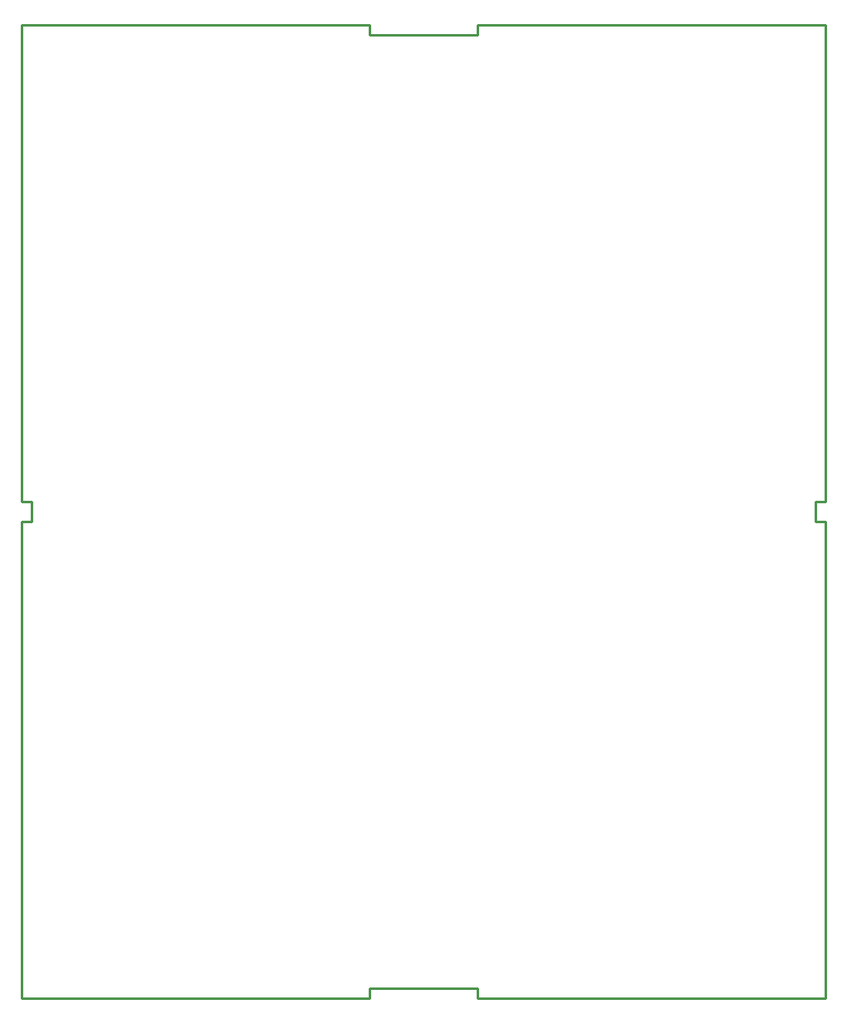
<source format=gko>
G04*
G04 #@! TF.GenerationSoftware,Altium Limited,Altium Designer,18.1.6 (161)*
G04*
G04 Layer_Color=16711935*
%FSLAX25Y25*%
%MOIN*%
G70*
G01*
G75*
%ADD14C,0.01000*%
D14*
X322817Y-0D02*
Y191351D01*
X318898Y191339D02*
X322817Y191351D01*
X318898Y191339D02*
Y199213D01*
X322835D01*
Y390551D01*
X183071D02*
X322835D01*
X183071Y386614D02*
Y390551D01*
X139764Y386614D02*
X183071D01*
X139764D02*
Y390551D01*
X0Y199213D02*
Y390551D01*
Y199213D02*
X3937D01*
Y191339D02*
Y199213D01*
X0Y191339D02*
X3937D01*
X0Y-0D02*
Y191339D01*
Y-0D02*
X139764D01*
Y3937D01*
X183071D01*
Y-0D02*
Y3937D01*
Y-0D02*
X322817D01*
X183071Y390551D02*
X322817D01*
X0D02*
X139764D01*
M02*

</source>
